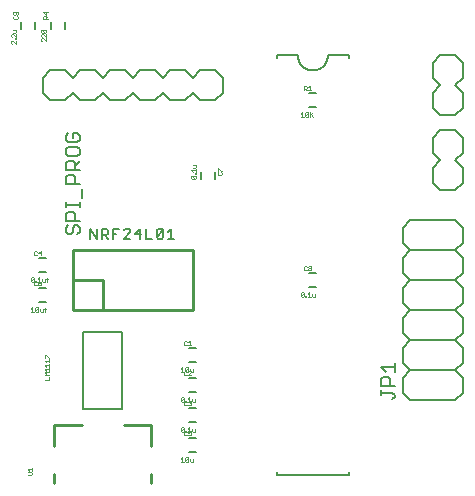
<source format=gto>
G75*
%MOIN*%
%OFA0B0*%
%FSLAX25Y25*%
%IPPOS*%
%LPD*%
%AMOC8*
5,1,8,0,0,1.08239X$1,22.5*
%
%ADD10C,0.00800*%
%ADD11C,0.00600*%
%ADD12C,0.00100*%
%ADD13C,0.01000*%
%ADD14C,0.00700*%
%ADD15C,0.00500*%
D10*
X0035300Y0040572D02*
X0035300Y0066372D01*
X0048300Y0066372D01*
X0048300Y0040572D01*
X0035300Y0040572D01*
X0099800Y0019472D02*
X0099800Y0018472D01*
X0123800Y0018472D01*
X0123800Y0019472D01*
X0144300Y0043472D02*
X0141800Y0045972D01*
X0141800Y0050972D01*
X0144300Y0053472D01*
X0159300Y0053472D01*
X0161800Y0055972D01*
X0161800Y0060972D01*
X0159300Y0063472D01*
X0144300Y0063472D01*
X0141800Y0065972D01*
X0141800Y0070972D01*
X0144300Y0073472D01*
X0159300Y0073472D01*
X0161800Y0075972D01*
X0161800Y0080972D01*
X0159300Y0083472D01*
X0144300Y0083472D01*
X0141800Y0085972D01*
X0141800Y0090972D01*
X0144300Y0093472D01*
X0159300Y0093472D01*
X0161800Y0095972D01*
X0161800Y0100972D01*
X0159300Y0103472D01*
X0144300Y0103472D01*
X0141800Y0100972D01*
X0141800Y0095972D01*
X0144300Y0093472D01*
X0144300Y0083472D02*
X0141800Y0080972D01*
X0141800Y0075972D01*
X0144300Y0073472D01*
X0144300Y0063472D02*
X0141800Y0060972D01*
X0141800Y0055972D01*
X0144300Y0053472D01*
X0144300Y0043472D02*
X0159300Y0043472D01*
X0161800Y0045972D01*
X0161800Y0050972D01*
X0159300Y0053472D01*
X0159300Y0063472D02*
X0161800Y0065972D01*
X0161800Y0070972D01*
X0159300Y0073472D01*
X0159300Y0083472D02*
X0161800Y0085972D01*
X0161800Y0090972D01*
X0159300Y0093472D01*
X0159300Y0113472D02*
X0154300Y0113472D01*
X0151800Y0115972D01*
X0151800Y0120972D01*
X0154300Y0123472D01*
X0151800Y0125972D01*
X0151800Y0130972D01*
X0154300Y0133472D01*
X0159300Y0133472D01*
X0161800Y0130972D01*
X0161800Y0125972D01*
X0159300Y0123472D01*
X0161800Y0120972D01*
X0161800Y0115972D01*
X0159300Y0113472D01*
X0159300Y0138472D02*
X0154300Y0138472D01*
X0151800Y0140972D01*
X0151800Y0145972D01*
X0154300Y0148472D01*
X0151800Y0150972D01*
X0151800Y0155972D01*
X0154300Y0158472D01*
X0159300Y0158472D01*
X0161800Y0155972D01*
X0161800Y0150972D01*
X0159300Y0148472D01*
X0161800Y0145972D01*
X0161800Y0140972D01*
X0159300Y0138472D01*
X0123800Y0157472D02*
X0123800Y0158472D01*
X0116800Y0158472D01*
X0116798Y0158332D01*
X0116792Y0158192D01*
X0116782Y0158052D01*
X0116769Y0157912D01*
X0116751Y0157773D01*
X0116729Y0157634D01*
X0116704Y0157497D01*
X0116675Y0157359D01*
X0116642Y0157223D01*
X0116605Y0157088D01*
X0116564Y0156954D01*
X0116519Y0156821D01*
X0116471Y0156689D01*
X0116419Y0156559D01*
X0116364Y0156430D01*
X0116305Y0156303D01*
X0116242Y0156177D01*
X0116176Y0156053D01*
X0116107Y0155932D01*
X0116034Y0155812D01*
X0115957Y0155694D01*
X0115878Y0155579D01*
X0115795Y0155465D01*
X0115709Y0155355D01*
X0115620Y0155246D01*
X0115528Y0155140D01*
X0115433Y0155037D01*
X0115336Y0154936D01*
X0115235Y0154839D01*
X0115132Y0154744D01*
X0115026Y0154652D01*
X0114917Y0154563D01*
X0114807Y0154477D01*
X0114693Y0154394D01*
X0114578Y0154315D01*
X0114460Y0154238D01*
X0114340Y0154165D01*
X0114219Y0154096D01*
X0114095Y0154030D01*
X0113969Y0153967D01*
X0113842Y0153908D01*
X0113713Y0153853D01*
X0113583Y0153801D01*
X0113451Y0153753D01*
X0113318Y0153708D01*
X0113184Y0153667D01*
X0113049Y0153630D01*
X0112913Y0153597D01*
X0112775Y0153568D01*
X0112638Y0153543D01*
X0112499Y0153521D01*
X0112360Y0153503D01*
X0112220Y0153490D01*
X0112080Y0153480D01*
X0111940Y0153474D01*
X0111800Y0153472D01*
X0111660Y0153474D01*
X0111520Y0153480D01*
X0111380Y0153490D01*
X0111240Y0153503D01*
X0111101Y0153521D01*
X0110962Y0153543D01*
X0110825Y0153568D01*
X0110687Y0153597D01*
X0110551Y0153630D01*
X0110416Y0153667D01*
X0110282Y0153708D01*
X0110149Y0153753D01*
X0110017Y0153801D01*
X0109887Y0153853D01*
X0109758Y0153908D01*
X0109631Y0153967D01*
X0109505Y0154030D01*
X0109381Y0154096D01*
X0109260Y0154165D01*
X0109140Y0154238D01*
X0109022Y0154315D01*
X0108907Y0154394D01*
X0108793Y0154477D01*
X0108683Y0154563D01*
X0108574Y0154652D01*
X0108468Y0154744D01*
X0108365Y0154839D01*
X0108264Y0154936D01*
X0108167Y0155037D01*
X0108072Y0155140D01*
X0107980Y0155246D01*
X0107891Y0155355D01*
X0107805Y0155465D01*
X0107722Y0155579D01*
X0107643Y0155694D01*
X0107566Y0155812D01*
X0107493Y0155932D01*
X0107424Y0156053D01*
X0107358Y0156177D01*
X0107295Y0156303D01*
X0107236Y0156430D01*
X0107181Y0156559D01*
X0107129Y0156689D01*
X0107081Y0156821D01*
X0107036Y0156954D01*
X0106995Y0157088D01*
X0106958Y0157223D01*
X0106925Y0157359D01*
X0106896Y0157497D01*
X0106871Y0157634D01*
X0106849Y0157773D01*
X0106831Y0157912D01*
X0106818Y0158052D01*
X0106808Y0158192D01*
X0106802Y0158332D01*
X0106800Y0158472D01*
X0099800Y0158472D01*
X0099800Y0157472D01*
X0081800Y0150972D02*
X0081800Y0145972D01*
X0079300Y0143472D01*
X0074300Y0143472D01*
X0071800Y0145972D01*
X0069300Y0143472D01*
X0064300Y0143472D01*
X0061800Y0145972D01*
X0059300Y0143472D01*
X0054300Y0143472D01*
X0051800Y0145972D01*
X0049300Y0143472D01*
X0044300Y0143472D01*
X0041800Y0145972D01*
X0039300Y0143472D01*
X0034300Y0143472D01*
X0031800Y0145972D01*
X0029300Y0143472D01*
X0024300Y0143472D01*
X0021800Y0145972D01*
X0021800Y0150972D01*
X0024300Y0153472D01*
X0029300Y0153472D01*
X0031800Y0150972D01*
X0034300Y0153472D01*
X0039300Y0153472D01*
X0041800Y0150972D01*
X0044300Y0153472D01*
X0049300Y0153472D01*
X0051800Y0150972D01*
X0054300Y0153472D01*
X0059300Y0153472D01*
X0061800Y0150972D01*
X0064300Y0153472D01*
X0069300Y0153472D01*
X0071800Y0150972D01*
X0074300Y0153472D01*
X0079300Y0153472D01*
X0081800Y0150972D01*
D11*
X0110619Y0145835D02*
X0112981Y0145835D01*
X0112981Y0141110D02*
X0110619Y0141110D01*
X0079162Y0119654D02*
X0079162Y0117291D01*
X0074438Y0117291D02*
X0074438Y0119654D01*
X0110619Y0085835D02*
X0112981Y0085835D01*
X0112981Y0081110D02*
X0110619Y0081110D01*
X0072981Y0060835D02*
X0070619Y0060835D01*
X0070619Y0056110D02*
X0072981Y0056110D01*
X0072981Y0050835D02*
X0070619Y0050835D01*
X0070619Y0046110D02*
X0072981Y0046110D01*
X0072981Y0040835D02*
X0070619Y0040835D01*
X0070619Y0036110D02*
X0072981Y0036110D01*
X0072981Y0030835D02*
X0070619Y0030835D01*
X0070619Y0026110D02*
X0072981Y0026110D01*
X0022981Y0076110D02*
X0020619Y0076110D01*
X0020619Y0080835D02*
X0022981Y0080835D01*
X0022981Y0086110D02*
X0020619Y0086110D01*
X0020619Y0090835D02*
X0022981Y0090835D01*
X0024438Y0167291D02*
X0024438Y0169654D01*
X0029162Y0169654D02*
X0029162Y0167291D01*
X0019162Y0167291D02*
X0019162Y0169654D01*
X0014438Y0169654D02*
X0014438Y0167291D01*
D12*
X0016749Y0018522D02*
X0018000Y0018522D01*
X0018250Y0018773D01*
X0018250Y0019273D01*
X0018000Y0019523D01*
X0016749Y0019523D01*
X0017249Y0019996D02*
X0016749Y0020496D01*
X0018250Y0020496D01*
X0018250Y0019996D02*
X0018250Y0020997D01*
X0022499Y0050272D02*
X0024000Y0050272D01*
X0024000Y0051273D01*
X0024000Y0051746D02*
X0022499Y0051746D01*
X0022999Y0052246D01*
X0022499Y0052747D01*
X0024000Y0052747D01*
X0024000Y0053219D02*
X0024000Y0054220D01*
X0024000Y0054692D02*
X0024000Y0055693D01*
X0024000Y0056165D02*
X0024000Y0057166D01*
X0024000Y0057639D02*
X0023750Y0057639D01*
X0022749Y0058640D01*
X0022499Y0058640D01*
X0022499Y0057639D01*
X0022499Y0056666D02*
X0024000Y0056666D01*
X0022999Y0056165D02*
X0022499Y0056666D01*
X0022499Y0055193D02*
X0024000Y0055193D01*
X0022999Y0054692D02*
X0022499Y0055193D01*
X0022499Y0053719D02*
X0024000Y0053719D01*
X0022999Y0053219D02*
X0022499Y0053719D01*
X0022520Y0073022D02*
X0022520Y0074273D01*
X0022770Y0074524D01*
X0022770Y0073773D02*
X0022270Y0073773D01*
X0021797Y0074023D02*
X0021797Y0073022D01*
X0021047Y0073022D01*
X0020797Y0073273D01*
X0020797Y0074023D01*
X0020324Y0074273D02*
X0020324Y0073273D01*
X0020074Y0073022D01*
X0019573Y0073022D01*
X0019323Y0073273D01*
X0020324Y0074273D01*
X0020074Y0074524D01*
X0019573Y0074524D01*
X0019323Y0074273D01*
X0019323Y0073273D01*
X0018851Y0073022D02*
X0017850Y0073022D01*
X0018350Y0073022D02*
X0018350Y0074524D01*
X0017850Y0074023D01*
X0019100Y0081772D02*
X0019601Y0081772D01*
X0019851Y0082023D01*
X0020323Y0082023D02*
X0020573Y0081772D01*
X0021074Y0081772D01*
X0021324Y0082023D01*
X0021324Y0082273D01*
X0021074Y0082523D01*
X0020323Y0082523D01*
X0020323Y0082023D01*
X0020323Y0082523D02*
X0020824Y0083023D01*
X0021324Y0083274D01*
X0021533Y0083273D02*
X0021533Y0084023D01*
X0021533Y0083273D02*
X0021783Y0083022D01*
X0022534Y0083022D01*
X0022534Y0084023D01*
X0023006Y0083773D02*
X0023507Y0083773D01*
X0023257Y0084273D02*
X0023507Y0084524D01*
X0023257Y0084273D02*
X0023257Y0083022D01*
X0021061Y0083022D02*
X0020060Y0083022D01*
X0019851Y0083023D02*
X0019601Y0083274D01*
X0019100Y0083274D01*
X0018850Y0083023D01*
X0018850Y0082023D01*
X0019100Y0081772D01*
X0019323Y0083022D02*
X0019573Y0083022D01*
X0019573Y0083273D01*
X0019323Y0083273D01*
X0019323Y0083022D01*
X0018851Y0083273D02*
X0018601Y0083022D01*
X0018100Y0083022D01*
X0017850Y0083273D01*
X0018851Y0084273D01*
X0018851Y0083273D01*
X0018851Y0084273D02*
X0018601Y0084524D01*
X0018100Y0084524D01*
X0017850Y0084273D01*
X0017850Y0083273D01*
X0020060Y0084023D02*
X0020560Y0084524D01*
X0020560Y0083022D01*
X0021074Y0091772D02*
X0021074Y0093274D01*
X0020323Y0092523D01*
X0021324Y0092523D01*
X0019851Y0092023D02*
X0019601Y0091772D01*
X0019100Y0091772D01*
X0018850Y0092023D01*
X0018850Y0093023D01*
X0019100Y0093274D01*
X0019601Y0093274D01*
X0019851Y0093023D01*
X0067850Y0054023D02*
X0068350Y0054524D01*
X0068350Y0053022D01*
X0068850Y0053023D02*
X0068850Y0052023D01*
X0069100Y0051772D01*
X0069601Y0051772D01*
X0069851Y0052023D01*
X0070323Y0051772D02*
X0071324Y0052773D01*
X0071324Y0053023D01*
X0071074Y0053274D01*
X0070573Y0053274D01*
X0070323Y0053023D01*
X0070074Y0053022D02*
X0069573Y0053022D01*
X0069323Y0053273D01*
X0070324Y0054273D01*
X0070324Y0053273D01*
X0070074Y0053022D01*
X0069851Y0053023D02*
X0069601Y0053274D01*
X0069100Y0053274D01*
X0068850Y0053023D01*
X0068851Y0053022D02*
X0067850Y0053022D01*
X0069323Y0053273D02*
X0069323Y0054273D01*
X0069573Y0054524D01*
X0070074Y0054524D01*
X0070324Y0054273D01*
X0070797Y0054023D02*
X0070797Y0053273D01*
X0071047Y0053022D01*
X0071797Y0053022D01*
X0071797Y0054023D01*
X0071324Y0051772D02*
X0070323Y0051772D01*
X0070560Y0044524D02*
X0070560Y0043022D01*
X0070323Y0043023D02*
X0070573Y0043274D01*
X0071074Y0043274D01*
X0071324Y0043023D01*
X0071324Y0042773D01*
X0071074Y0042523D01*
X0071324Y0042273D01*
X0071324Y0042023D01*
X0071074Y0041772D01*
X0070573Y0041772D01*
X0070323Y0042023D01*
X0069851Y0042023D02*
X0069601Y0041772D01*
X0069100Y0041772D01*
X0068850Y0042023D01*
X0068850Y0043023D01*
X0069100Y0043274D01*
X0069601Y0043274D01*
X0069851Y0043023D01*
X0070060Y0043022D02*
X0071061Y0043022D01*
X0071074Y0042523D02*
X0070824Y0042523D01*
X0071533Y0043273D02*
X0071533Y0044023D01*
X0071533Y0043273D02*
X0071783Y0043022D01*
X0072534Y0043022D01*
X0072534Y0044023D01*
X0070560Y0044524D02*
X0070060Y0044023D01*
X0069573Y0043273D02*
X0069573Y0043022D01*
X0069323Y0043022D01*
X0069323Y0043273D01*
X0069573Y0043273D01*
X0068851Y0043273D02*
X0068601Y0043022D01*
X0068100Y0043022D01*
X0067850Y0043273D01*
X0068851Y0044273D01*
X0068851Y0043273D01*
X0068851Y0044273D02*
X0068601Y0044524D01*
X0068100Y0044524D01*
X0067850Y0044273D01*
X0067850Y0043273D01*
X0068100Y0034524D02*
X0067850Y0034273D01*
X0067850Y0033273D01*
X0068851Y0034273D01*
X0068851Y0033273D01*
X0068601Y0033022D01*
X0068100Y0033022D01*
X0067850Y0033273D01*
X0068850Y0033023D02*
X0068850Y0032023D01*
X0069100Y0031772D01*
X0069601Y0031772D01*
X0069851Y0032023D01*
X0070323Y0032023D02*
X0070573Y0031772D01*
X0071074Y0031772D01*
X0071324Y0032023D01*
X0071324Y0032523D01*
X0071074Y0032773D01*
X0070824Y0032773D01*
X0070323Y0032523D01*
X0070323Y0033274D01*
X0071324Y0033274D01*
X0071533Y0033273D02*
X0071783Y0033022D01*
X0072534Y0033022D01*
X0072534Y0034023D01*
X0071533Y0034023D02*
X0071533Y0033273D01*
X0071061Y0033022D02*
X0070060Y0033022D01*
X0069851Y0033023D02*
X0069601Y0033274D01*
X0069100Y0033274D01*
X0068850Y0033023D01*
X0069323Y0033022D02*
X0069573Y0033022D01*
X0069573Y0033273D01*
X0069323Y0033273D01*
X0069323Y0033022D01*
X0070560Y0033022D02*
X0070560Y0034524D01*
X0070060Y0034023D01*
X0068851Y0034273D02*
X0068601Y0034524D01*
X0068100Y0034524D01*
X0068350Y0024524D02*
X0067850Y0024023D01*
X0068350Y0024524D02*
X0068350Y0023022D01*
X0067850Y0023022D02*
X0068851Y0023022D01*
X0069323Y0023273D02*
X0070324Y0024273D01*
X0070324Y0023273D01*
X0070074Y0023022D01*
X0069573Y0023022D01*
X0069323Y0023273D01*
X0069323Y0024273D01*
X0069573Y0024524D01*
X0070074Y0024524D01*
X0070324Y0024273D01*
X0070797Y0024023D02*
X0070797Y0023273D01*
X0071047Y0023022D01*
X0071797Y0023022D01*
X0071797Y0024023D01*
X0071324Y0061772D02*
X0070323Y0061772D01*
X0070824Y0061772D02*
X0070824Y0063274D01*
X0070323Y0062773D01*
X0069851Y0063023D02*
X0069601Y0063274D01*
X0069100Y0063274D01*
X0068850Y0063023D01*
X0068850Y0062023D01*
X0069100Y0061772D01*
X0069601Y0061772D01*
X0069851Y0062023D01*
X0107850Y0078273D02*
X0108851Y0079273D01*
X0108851Y0078273D01*
X0108601Y0078022D01*
X0108100Y0078022D01*
X0107850Y0078273D01*
X0107850Y0079273D01*
X0108100Y0079524D01*
X0108601Y0079524D01*
X0108851Y0079273D01*
X0109323Y0078273D02*
X0109573Y0078273D01*
X0109573Y0078022D01*
X0109323Y0078022D01*
X0109323Y0078273D01*
X0110060Y0078022D02*
X0111061Y0078022D01*
X0110560Y0078022D02*
X0110560Y0079524D01*
X0110060Y0079023D01*
X0111533Y0079023D02*
X0111533Y0078273D01*
X0111783Y0078022D01*
X0112534Y0078022D01*
X0112534Y0079023D01*
X0111074Y0086772D02*
X0110573Y0086772D01*
X0110323Y0087023D01*
X0110323Y0087273D01*
X0110573Y0087523D01*
X0111074Y0087523D01*
X0111324Y0087273D01*
X0111324Y0087023D01*
X0111074Y0086772D01*
X0111074Y0087523D02*
X0111324Y0087773D01*
X0111324Y0088023D01*
X0111074Y0088274D01*
X0110573Y0088274D01*
X0110323Y0088023D01*
X0110323Y0087773D01*
X0110573Y0087523D01*
X0109851Y0087023D02*
X0109601Y0086772D01*
X0109100Y0086772D01*
X0108850Y0087023D01*
X0108850Y0088023D01*
X0109100Y0088274D01*
X0109601Y0088274D01*
X0109851Y0088023D01*
X0081350Y0118576D02*
X0081600Y0118826D01*
X0081600Y0119327D01*
X0081350Y0119577D01*
X0081350Y0120049D02*
X0080349Y0121050D01*
X0080099Y0121050D01*
X0080099Y0120049D01*
X0080349Y0119577D02*
X0080099Y0119327D01*
X0080099Y0118826D01*
X0080349Y0118576D01*
X0081350Y0118576D01*
X0081350Y0120049D02*
X0081600Y0120049D01*
X0072850Y0120076D02*
X0071349Y0120076D01*
X0071849Y0119576D01*
X0072600Y0119090D02*
X0072850Y0119090D01*
X0072850Y0118839D01*
X0072600Y0118839D01*
X0072600Y0119090D01*
X0072850Y0119576D02*
X0072850Y0120577D01*
X0072600Y0121049D02*
X0072850Y0121299D01*
X0072850Y0122050D01*
X0071849Y0122050D01*
X0071849Y0121049D02*
X0072600Y0121049D01*
X0072600Y0118367D02*
X0072850Y0118117D01*
X0072850Y0117616D01*
X0072600Y0117366D01*
X0071599Y0118367D01*
X0072600Y0118367D01*
X0072600Y0117366D02*
X0071599Y0117366D01*
X0071349Y0117616D01*
X0071349Y0118117D01*
X0071599Y0118367D01*
X0107850Y0138022D02*
X0108851Y0138022D01*
X0108350Y0138022D02*
X0108350Y0139524D01*
X0107850Y0139023D01*
X0109323Y0139273D02*
X0109323Y0138273D01*
X0110324Y0139273D01*
X0110324Y0138273D01*
X0110074Y0138022D01*
X0109573Y0138022D01*
X0109323Y0138273D01*
X0109323Y0139273D02*
X0109573Y0139524D01*
X0110074Y0139524D01*
X0110324Y0139273D01*
X0110797Y0139524D02*
X0110797Y0138022D01*
X0110797Y0138523D02*
X0111797Y0139524D01*
X0111047Y0138773D02*
X0111797Y0138022D01*
X0111324Y0146772D02*
X0110323Y0146772D01*
X0109851Y0146772D02*
X0109350Y0147273D01*
X0109601Y0147273D02*
X0108850Y0147273D01*
X0108850Y0146772D02*
X0108850Y0148274D01*
X0109601Y0148274D01*
X0109851Y0148023D01*
X0109851Y0147523D01*
X0109601Y0147273D01*
X0110323Y0147773D02*
X0110824Y0148274D01*
X0110824Y0146772D01*
X0023500Y0170522D02*
X0021999Y0170522D01*
X0021999Y0171273D01*
X0022249Y0171523D01*
X0022749Y0171523D01*
X0023000Y0171273D01*
X0023000Y0170522D01*
X0023000Y0171023D02*
X0023500Y0171523D01*
X0022749Y0171996D02*
X0022749Y0172997D01*
X0021999Y0172746D02*
X0022749Y0171996D01*
X0021999Y0172746D02*
X0023500Y0172746D01*
X0022600Y0167050D02*
X0022850Y0166800D01*
X0022850Y0166299D01*
X0022600Y0166049D01*
X0021599Y0167050D01*
X0022600Y0167050D01*
X0022600Y0166049D02*
X0021599Y0166049D01*
X0021349Y0166299D01*
X0021349Y0166800D01*
X0021599Y0167050D01*
X0021599Y0165577D02*
X0021349Y0165327D01*
X0021349Y0164826D01*
X0021599Y0164576D01*
X0021599Y0164104D02*
X0021349Y0163853D01*
X0021349Y0163353D01*
X0021599Y0163103D01*
X0021599Y0164104D02*
X0021849Y0164104D01*
X0022850Y0163103D01*
X0022850Y0164104D01*
X0022850Y0164576D02*
X0021849Y0165577D01*
X0021599Y0165577D01*
X0022850Y0165577D02*
X0022850Y0164576D01*
X0012850Y0164576D02*
X0011849Y0165577D01*
X0011599Y0165577D01*
X0011349Y0165327D01*
X0011349Y0164826D01*
X0011599Y0164576D01*
X0012600Y0164090D02*
X0012850Y0164090D01*
X0012850Y0163839D01*
X0012600Y0163839D01*
X0012600Y0164090D01*
X0012850Y0164576D02*
X0012850Y0165577D01*
X0012600Y0166049D02*
X0012850Y0166299D01*
X0012850Y0167050D01*
X0011849Y0167050D01*
X0011849Y0166049D02*
X0012600Y0166049D01*
X0012850Y0163367D02*
X0012850Y0162366D01*
X0011849Y0163367D01*
X0011599Y0163367D01*
X0011349Y0163117D01*
X0011349Y0162616D01*
X0011599Y0162366D01*
X0012249Y0170522D02*
X0013250Y0170522D01*
X0013500Y0170773D01*
X0013500Y0171273D01*
X0013250Y0171523D01*
X0013250Y0171996D02*
X0013500Y0172246D01*
X0013500Y0172746D01*
X0013250Y0172997D01*
X0012249Y0172997D01*
X0011999Y0172746D01*
X0011999Y0172246D01*
X0012249Y0171996D01*
X0012499Y0171996D01*
X0012749Y0172246D01*
X0012749Y0172997D01*
X0012249Y0171523D02*
X0011999Y0171273D01*
X0011999Y0170773D01*
X0012249Y0170522D01*
D13*
X0031800Y0093472D02*
X0071800Y0093472D01*
X0071800Y0073472D01*
X0041800Y0073472D01*
X0041800Y0083472D01*
X0031800Y0083472D01*
X0031800Y0093472D01*
X0031800Y0083472D02*
X0031800Y0073472D01*
X0041800Y0073472D01*
X0034713Y0035283D02*
X0025658Y0035283D01*
X0025658Y0028197D01*
X0025658Y0018748D02*
X0025658Y0015992D01*
X0048887Y0035283D02*
X0057942Y0035283D01*
X0057942Y0028197D01*
X0057942Y0018748D02*
X0057942Y0015992D01*
D14*
X0058302Y0097322D02*
X0056101Y0097322D01*
X0056101Y0100625D01*
X0054069Y0100625D02*
X0054069Y0097322D01*
X0054619Y0098974D02*
X0052417Y0098974D01*
X0054069Y0100625D01*
X0050936Y0100075D02*
X0050386Y0100625D01*
X0049285Y0100625D01*
X0048734Y0100075D01*
X0047253Y0100625D02*
X0045051Y0100625D01*
X0045051Y0097322D01*
X0043570Y0097322D02*
X0042469Y0098423D01*
X0043019Y0098423D02*
X0041368Y0098423D01*
X0041368Y0097322D02*
X0041368Y0100625D01*
X0043019Y0100625D01*
X0043570Y0100075D01*
X0043570Y0098974D01*
X0043019Y0098423D01*
X0045051Y0098974D02*
X0046152Y0098974D01*
X0048734Y0097322D02*
X0050936Y0099524D01*
X0050936Y0100075D01*
X0050936Y0097322D02*
X0048734Y0097322D01*
X0039887Y0097322D02*
X0039887Y0100625D01*
X0037685Y0100625D02*
X0037685Y0097322D01*
X0039887Y0097322D02*
X0037685Y0100625D01*
X0059784Y0100075D02*
X0059784Y0097873D01*
X0061986Y0100075D01*
X0061986Y0097873D01*
X0061435Y0097322D01*
X0060334Y0097322D01*
X0059784Y0097873D01*
X0059784Y0100075D02*
X0060334Y0100625D01*
X0061435Y0100625D01*
X0061986Y0100075D01*
X0063467Y0099524D02*
X0064568Y0100625D01*
X0064568Y0097322D01*
X0063467Y0097322D02*
X0065669Y0097322D01*
D15*
X0034050Y0099473D02*
X0033299Y0098722D01*
X0034050Y0099473D02*
X0034050Y0100974D01*
X0033299Y0101725D01*
X0032549Y0101725D01*
X0031798Y0100974D01*
X0031798Y0099473D01*
X0031047Y0098722D01*
X0030297Y0098722D01*
X0029546Y0099473D01*
X0029546Y0100974D01*
X0030297Y0101725D01*
X0029546Y0103326D02*
X0029546Y0105578D01*
X0030297Y0106329D01*
X0031798Y0106329D01*
X0032549Y0105578D01*
X0032549Y0103326D01*
X0034050Y0103326D02*
X0029546Y0103326D01*
X0029546Y0107930D02*
X0029546Y0109432D01*
X0029546Y0108681D02*
X0034050Y0108681D01*
X0034050Y0107930D02*
X0034050Y0109432D01*
X0034801Y0111000D02*
X0034801Y0114002D01*
X0034050Y0115603D02*
X0029546Y0115603D01*
X0029546Y0117855D01*
X0030297Y0118606D01*
X0031798Y0118606D01*
X0032549Y0117855D01*
X0032549Y0115603D01*
X0032549Y0120207D02*
X0032549Y0122459D01*
X0031798Y0123210D01*
X0030297Y0123210D01*
X0029546Y0122459D01*
X0029546Y0120207D01*
X0034050Y0120207D01*
X0032549Y0121709D02*
X0034050Y0123210D01*
X0033299Y0124811D02*
X0034050Y0125562D01*
X0034050Y0127063D01*
X0033299Y0127814D01*
X0030297Y0127814D01*
X0029546Y0127063D01*
X0029546Y0125562D01*
X0030297Y0124811D01*
X0033299Y0124811D01*
X0033299Y0129415D02*
X0030297Y0129415D01*
X0029546Y0130166D01*
X0029546Y0131667D01*
X0030297Y0132418D01*
X0031798Y0132418D02*
X0031798Y0130917D01*
X0031798Y0132418D02*
X0033299Y0132418D01*
X0034050Y0131667D01*
X0034050Y0130166D01*
X0033299Y0129415D01*
X0134546Y0054432D02*
X0139050Y0054432D01*
X0139050Y0055933D02*
X0139050Y0052930D01*
X0136798Y0051329D02*
X0137549Y0050578D01*
X0137549Y0048326D01*
X0139050Y0048326D02*
X0134546Y0048326D01*
X0134546Y0050578D01*
X0135297Y0051329D01*
X0136798Y0051329D01*
X0136047Y0052930D02*
X0134546Y0054432D01*
X0134546Y0046725D02*
X0134546Y0045224D01*
X0134546Y0045974D02*
X0138299Y0045974D01*
X0139050Y0045224D01*
X0139050Y0044473D01*
X0138299Y0043722D01*
M02*

</source>
